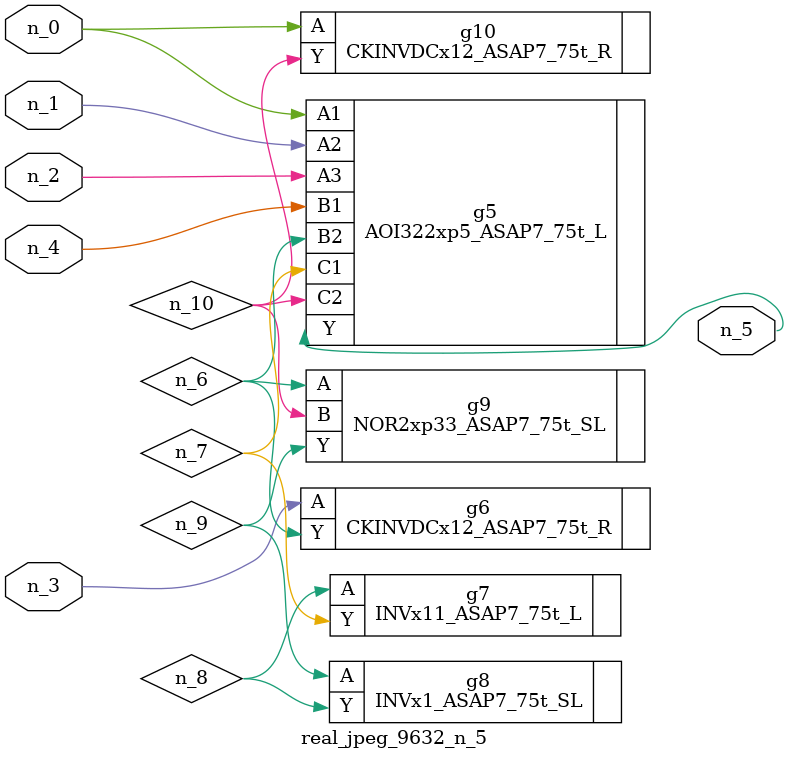
<source format=v>
module real_jpeg_9632_n_5 (n_4, n_0, n_1, n_2, n_3, n_5);

input n_4;
input n_0;
input n_1;
input n_2;
input n_3;

output n_5;

wire n_8;
wire n_6;
wire n_7;
wire n_10;
wire n_9;

AOI322xp5_ASAP7_75t_L g5 ( 
.A1(n_0),
.A2(n_1),
.A3(n_2),
.B1(n_4),
.B2(n_6),
.C1(n_7),
.C2(n_10),
.Y(n_5)
);

CKINVDCx12_ASAP7_75t_R g10 ( 
.A(n_0),
.Y(n_10)
);

CKINVDCx12_ASAP7_75t_R g6 ( 
.A(n_3),
.Y(n_6)
);

NOR2xp33_ASAP7_75t_SL g9 ( 
.A(n_6),
.B(n_10),
.Y(n_9)
);

INVx11_ASAP7_75t_L g7 ( 
.A(n_8),
.Y(n_7)
);

INVx1_ASAP7_75t_SL g8 ( 
.A(n_9),
.Y(n_8)
);


endmodule
</source>
